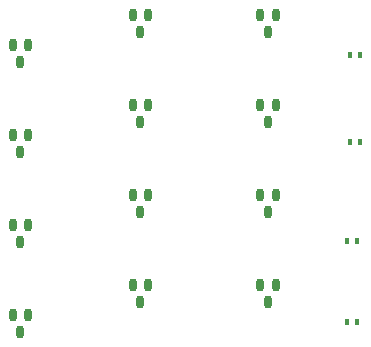
<source format=gbp>
G04 #@! TF.FileFunction,Paste,Bot*
%FSLAX46Y46*%
G04 Gerber Fmt 4.6, Leading zero omitted, Abs format (unit mm)*
G04 Created by KiCad (PCBNEW 4.0.7) date Tuesday, October 31, 2017 'AMt' 08:43:51 AM*
%MOMM*%
%LPD*%
G01*
G04 APERTURE LIST*
%ADD10C,0.100000*%
%ADD11R,0.400000X0.600000*%
%ADD12O,0.670000X1.100000*%
G04 APERTURE END LIST*
D10*
D11*
X123386000Y-69342000D03*
X122486000Y-69342000D03*
X123386000Y-76708000D03*
X122486000Y-76708000D03*
X123132000Y-85090000D03*
X122232000Y-85090000D03*
X123132000Y-91948000D03*
X122232000Y-91948000D03*
D12*
X104125000Y-65940000D03*
X105425000Y-65940000D03*
X104775000Y-67410000D03*
X104125000Y-73560000D03*
X105425000Y-73560000D03*
X104775000Y-75030000D03*
X104125000Y-81180000D03*
X105425000Y-81180000D03*
X104775000Y-82650000D03*
X104125000Y-88800000D03*
X105425000Y-88800000D03*
X104775000Y-90270000D03*
X93965000Y-68480000D03*
X95265000Y-68480000D03*
X94615000Y-69950000D03*
X93965000Y-76100000D03*
X95265000Y-76100000D03*
X94615000Y-77570000D03*
X93965000Y-83720000D03*
X95265000Y-83720000D03*
X94615000Y-85190000D03*
X93965000Y-91340000D03*
X95265000Y-91340000D03*
X94615000Y-92810000D03*
X114920000Y-65940000D03*
X116220000Y-65940000D03*
X115570000Y-67410000D03*
X114920000Y-73560000D03*
X116220000Y-73560000D03*
X115570000Y-75030000D03*
X114920000Y-81180000D03*
X116220000Y-81180000D03*
X115570000Y-82650000D03*
X114920000Y-88800000D03*
X116220000Y-88800000D03*
X115570000Y-90270000D03*
M02*

</source>
